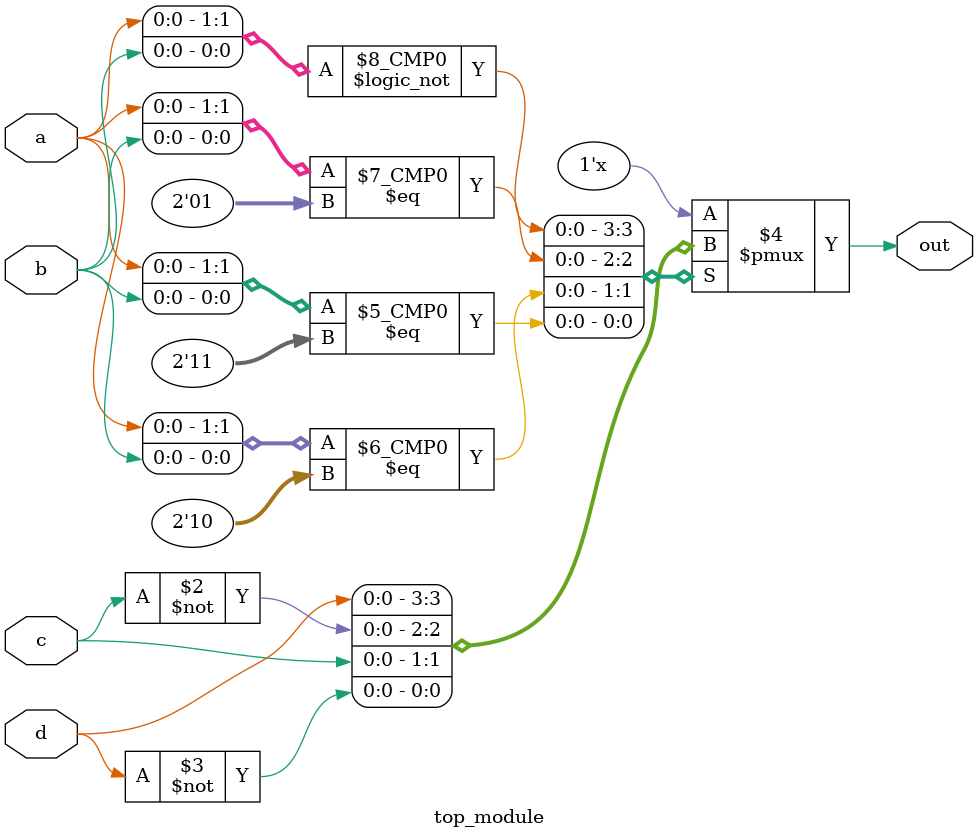
<source format=sv>
module top_module (
	input a, 
	input b,
	input c,
	input d,
	output reg out
);
    always @(a, b, c, d)
    begin
        case ({a, b})
            2'b00: out = d;
            2'b01: out = ~c;
            2'b10: out = c;
            2'b11: out = ~d;
        endcase
    end

endmodule

</source>
